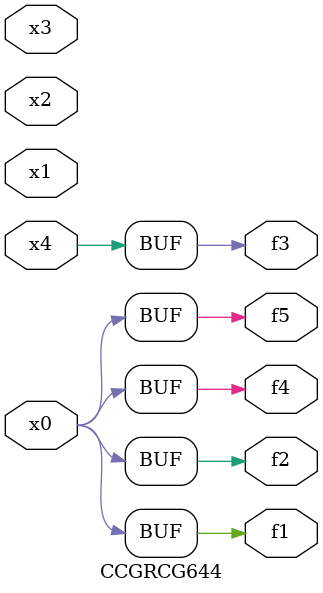
<source format=v>
module CCGRCG644(
	input x0, x1, x2, x3, x4,
	output f1, f2, f3, f4, f5
);
	assign f1 = x0;
	assign f2 = x0;
	assign f3 = x4;
	assign f4 = x0;
	assign f5 = x0;
endmodule

</source>
